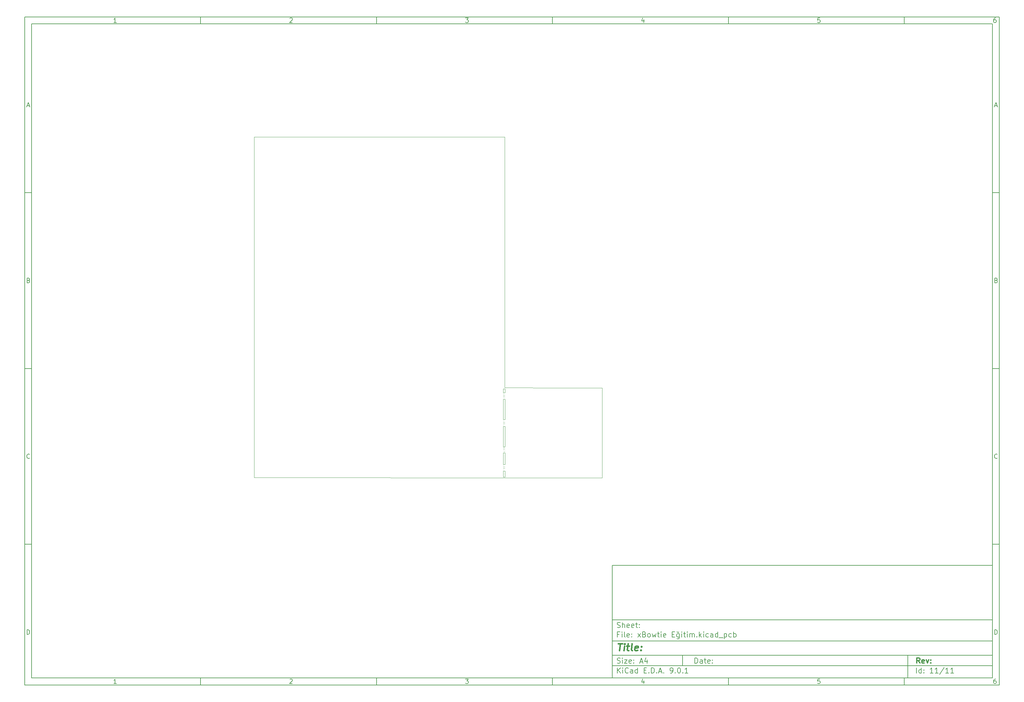
<source format=gm1>
%TF.GenerationSoftware,KiCad,Pcbnew,9.0.1*%
%TF.CreationDate,2025-04-08T16:08:48+03:00*%
%TF.ProjectId,xBowtie E_itim,78426f77-7469-4652-9045-1f6974696d2e,rev?*%
%TF.SameCoordinates,Original*%
%TF.FileFunction,Profile,NP*%
%FSLAX46Y46*%
G04 Gerber Fmt 4.6, Leading zero omitted, Abs format (unit mm)*
G04 Created by KiCad (PCBNEW 9.0.1) date 2025-04-08 16:08:48*
%MOMM*%
%LPD*%
G01*
G04 APERTURE LIST*
%ADD10C,0.100000*%
%ADD11C,0.150000*%
%ADD12C,0.300000*%
%ADD13C,0.400000*%
%TA.AperFunction,Profile*%
%ADD14C,0.125000*%
%TD*%
%TA.AperFunction,Profile*%
%ADD15C,0.050000*%
%TD*%
G04 APERTURE END LIST*
D10*
D11*
X177002200Y-166007200D02*
X285002200Y-166007200D01*
X285002200Y-198007200D01*
X177002200Y-198007200D01*
X177002200Y-166007200D01*
D10*
D11*
X10000000Y-10000000D02*
X287002200Y-10000000D01*
X287002200Y-200007200D01*
X10000000Y-200007200D01*
X10000000Y-10000000D01*
D10*
D11*
X12000000Y-12000000D02*
X285002200Y-12000000D01*
X285002200Y-198007200D01*
X12000000Y-198007200D01*
X12000000Y-12000000D01*
D10*
D11*
X60000000Y-12000000D02*
X60000000Y-10000000D01*
D10*
D11*
X110000000Y-12000000D02*
X110000000Y-10000000D01*
D10*
D11*
X160000000Y-12000000D02*
X160000000Y-10000000D01*
D10*
D11*
X210000000Y-12000000D02*
X210000000Y-10000000D01*
D10*
D11*
X260000000Y-12000000D02*
X260000000Y-10000000D01*
D10*
D11*
X36089160Y-11593604D02*
X35346303Y-11593604D01*
X35717731Y-11593604D02*
X35717731Y-10293604D01*
X35717731Y-10293604D02*
X35593922Y-10479319D01*
X35593922Y-10479319D02*
X35470112Y-10603128D01*
X35470112Y-10603128D02*
X35346303Y-10665033D01*
D10*
D11*
X85346303Y-10417414D02*
X85408207Y-10355509D01*
X85408207Y-10355509D02*
X85532017Y-10293604D01*
X85532017Y-10293604D02*
X85841541Y-10293604D01*
X85841541Y-10293604D02*
X85965350Y-10355509D01*
X85965350Y-10355509D02*
X86027255Y-10417414D01*
X86027255Y-10417414D02*
X86089160Y-10541223D01*
X86089160Y-10541223D02*
X86089160Y-10665033D01*
X86089160Y-10665033D02*
X86027255Y-10850747D01*
X86027255Y-10850747D02*
X85284398Y-11593604D01*
X85284398Y-11593604D02*
X86089160Y-11593604D01*
D10*
D11*
X135284398Y-10293604D02*
X136089160Y-10293604D01*
X136089160Y-10293604D02*
X135655826Y-10788842D01*
X135655826Y-10788842D02*
X135841541Y-10788842D01*
X135841541Y-10788842D02*
X135965350Y-10850747D01*
X135965350Y-10850747D02*
X136027255Y-10912652D01*
X136027255Y-10912652D02*
X136089160Y-11036461D01*
X136089160Y-11036461D02*
X136089160Y-11345985D01*
X136089160Y-11345985D02*
X136027255Y-11469795D01*
X136027255Y-11469795D02*
X135965350Y-11531700D01*
X135965350Y-11531700D02*
X135841541Y-11593604D01*
X135841541Y-11593604D02*
X135470112Y-11593604D01*
X135470112Y-11593604D02*
X135346303Y-11531700D01*
X135346303Y-11531700D02*
X135284398Y-11469795D01*
D10*
D11*
X185965350Y-10726938D02*
X185965350Y-11593604D01*
X185655826Y-10231700D02*
X185346303Y-11160271D01*
X185346303Y-11160271D02*
X186151064Y-11160271D01*
D10*
D11*
X236027255Y-10293604D02*
X235408207Y-10293604D01*
X235408207Y-10293604D02*
X235346303Y-10912652D01*
X235346303Y-10912652D02*
X235408207Y-10850747D01*
X235408207Y-10850747D02*
X235532017Y-10788842D01*
X235532017Y-10788842D02*
X235841541Y-10788842D01*
X235841541Y-10788842D02*
X235965350Y-10850747D01*
X235965350Y-10850747D02*
X236027255Y-10912652D01*
X236027255Y-10912652D02*
X236089160Y-11036461D01*
X236089160Y-11036461D02*
X236089160Y-11345985D01*
X236089160Y-11345985D02*
X236027255Y-11469795D01*
X236027255Y-11469795D02*
X235965350Y-11531700D01*
X235965350Y-11531700D02*
X235841541Y-11593604D01*
X235841541Y-11593604D02*
X235532017Y-11593604D01*
X235532017Y-11593604D02*
X235408207Y-11531700D01*
X235408207Y-11531700D02*
X235346303Y-11469795D01*
D10*
D11*
X285965350Y-10293604D02*
X285717731Y-10293604D01*
X285717731Y-10293604D02*
X285593922Y-10355509D01*
X285593922Y-10355509D02*
X285532017Y-10417414D01*
X285532017Y-10417414D02*
X285408207Y-10603128D01*
X285408207Y-10603128D02*
X285346303Y-10850747D01*
X285346303Y-10850747D02*
X285346303Y-11345985D01*
X285346303Y-11345985D02*
X285408207Y-11469795D01*
X285408207Y-11469795D02*
X285470112Y-11531700D01*
X285470112Y-11531700D02*
X285593922Y-11593604D01*
X285593922Y-11593604D02*
X285841541Y-11593604D01*
X285841541Y-11593604D02*
X285965350Y-11531700D01*
X285965350Y-11531700D02*
X286027255Y-11469795D01*
X286027255Y-11469795D02*
X286089160Y-11345985D01*
X286089160Y-11345985D02*
X286089160Y-11036461D01*
X286089160Y-11036461D02*
X286027255Y-10912652D01*
X286027255Y-10912652D02*
X285965350Y-10850747D01*
X285965350Y-10850747D02*
X285841541Y-10788842D01*
X285841541Y-10788842D02*
X285593922Y-10788842D01*
X285593922Y-10788842D02*
X285470112Y-10850747D01*
X285470112Y-10850747D02*
X285408207Y-10912652D01*
X285408207Y-10912652D02*
X285346303Y-11036461D01*
D10*
D11*
X60000000Y-198007200D02*
X60000000Y-200007200D01*
D10*
D11*
X110000000Y-198007200D02*
X110000000Y-200007200D01*
D10*
D11*
X160000000Y-198007200D02*
X160000000Y-200007200D01*
D10*
D11*
X210000000Y-198007200D02*
X210000000Y-200007200D01*
D10*
D11*
X260000000Y-198007200D02*
X260000000Y-200007200D01*
D10*
D11*
X36089160Y-199600804D02*
X35346303Y-199600804D01*
X35717731Y-199600804D02*
X35717731Y-198300804D01*
X35717731Y-198300804D02*
X35593922Y-198486519D01*
X35593922Y-198486519D02*
X35470112Y-198610328D01*
X35470112Y-198610328D02*
X35346303Y-198672233D01*
D10*
D11*
X85346303Y-198424614D02*
X85408207Y-198362709D01*
X85408207Y-198362709D02*
X85532017Y-198300804D01*
X85532017Y-198300804D02*
X85841541Y-198300804D01*
X85841541Y-198300804D02*
X85965350Y-198362709D01*
X85965350Y-198362709D02*
X86027255Y-198424614D01*
X86027255Y-198424614D02*
X86089160Y-198548423D01*
X86089160Y-198548423D02*
X86089160Y-198672233D01*
X86089160Y-198672233D02*
X86027255Y-198857947D01*
X86027255Y-198857947D02*
X85284398Y-199600804D01*
X85284398Y-199600804D02*
X86089160Y-199600804D01*
D10*
D11*
X135284398Y-198300804D02*
X136089160Y-198300804D01*
X136089160Y-198300804D02*
X135655826Y-198796042D01*
X135655826Y-198796042D02*
X135841541Y-198796042D01*
X135841541Y-198796042D02*
X135965350Y-198857947D01*
X135965350Y-198857947D02*
X136027255Y-198919852D01*
X136027255Y-198919852D02*
X136089160Y-199043661D01*
X136089160Y-199043661D02*
X136089160Y-199353185D01*
X136089160Y-199353185D02*
X136027255Y-199476995D01*
X136027255Y-199476995D02*
X135965350Y-199538900D01*
X135965350Y-199538900D02*
X135841541Y-199600804D01*
X135841541Y-199600804D02*
X135470112Y-199600804D01*
X135470112Y-199600804D02*
X135346303Y-199538900D01*
X135346303Y-199538900D02*
X135284398Y-199476995D01*
D10*
D11*
X185965350Y-198734138D02*
X185965350Y-199600804D01*
X185655826Y-198238900D02*
X185346303Y-199167471D01*
X185346303Y-199167471D02*
X186151064Y-199167471D01*
D10*
D11*
X236027255Y-198300804D02*
X235408207Y-198300804D01*
X235408207Y-198300804D02*
X235346303Y-198919852D01*
X235346303Y-198919852D02*
X235408207Y-198857947D01*
X235408207Y-198857947D02*
X235532017Y-198796042D01*
X235532017Y-198796042D02*
X235841541Y-198796042D01*
X235841541Y-198796042D02*
X235965350Y-198857947D01*
X235965350Y-198857947D02*
X236027255Y-198919852D01*
X236027255Y-198919852D02*
X236089160Y-199043661D01*
X236089160Y-199043661D02*
X236089160Y-199353185D01*
X236089160Y-199353185D02*
X236027255Y-199476995D01*
X236027255Y-199476995D02*
X235965350Y-199538900D01*
X235965350Y-199538900D02*
X235841541Y-199600804D01*
X235841541Y-199600804D02*
X235532017Y-199600804D01*
X235532017Y-199600804D02*
X235408207Y-199538900D01*
X235408207Y-199538900D02*
X235346303Y-199476995D01*
D10*
D11*
X285965350Y-198300804D02*
X285717731Y-198300804D01*
X285717731Y-198300804D02*
X285593922Y-198362709D01*
X285593922Y-198362709D02*
X285532017Y-198424614D01*
X285532017Y-198424614D02*
X285408207Y-198610328D01*
X285408207Y-198610328D02*
X285346303Y-198857947D01*
X285346303Y-198857947D02*
X285346303Y-199353185D01*
X285346303Y-199353185D02*
X285408207Y-199476995D01*
X285408207Y-199476995D02*
X285470112Y-199538900D01*
X285470112Y-199538900D02*
X285593922Y-199600804D01*
X285593922Y-199600804D02*
X285841541Y-199600804D01*
X285841541Y-199600804D02*
X285965350Y-199538900D01*
X285965350Y-199538900D02*
X286027255Y-199476995D01*
X286027255Y-199476995D02*
X286089160Y-199353185D01*
X286089160Y-199353185D02*
X286089160Y-199043661D01*
X286089160Y-199043661D02*
X286027255Y-198919852D01*
X286027255Y-198919852D02*
X285965350Y-198857947D01*
X285965350Y-198857947D02*
X285841541Y-198796042D01*
X285841541Y-198796042D02*
X285593922Y-198796042D01*
X285593922Y-198796042D02*
X285470112Y-198857947D01*
X285470112Y-198857947D02*
X285408207Y-198919852D01*
X285408207Y-198919852D02*
X285346303Y-199043661D01*
D10*
D11*
X10000000Y-60000000D02*
X12000000Y-60000000D01*
D10*
D11*
X10000000Y-110000000D02*
X12000000Y-110000000D01*
D10*
D11*
X10000000Y-160000000D02*
X12000000Y-160000000D01*
D10*
D11*
X10690476Y-35222176D02*
X11309523Y-35222176D01*
X10566666Y-35593604D02*
X10999999Y-34293604D01*
X10999999Y-34293604D02*
X11433333Y-35593604D01*
D10*
D11*
X11092857Y-84912652D02*
X11278571Y-84974557D01*
X11278571Y-84974557D02*
X11340476Y-85036461D01*
X11340476Y-85036461D02*
X11402380Y-85160271D01*
X11402380Y-85160271D02*
X11402380Y-85345985D01*
X11402380Y-85345985D02*
X11340476Y-85469795D01*
X11340476Y-85469795D02*
X11278571Y-85531700D01*
X11278571Y-85531700D02*
X11154761Y-85593604D01*
X11154761Y-85593604D02*
X10659523Y-85593604D01*
X10659523Y-85593604D02*
X10659523Y-84293604D01*
X10659523Y-84293604D02*
X11092857Y-84293604D01*
X11092857Y-84293604D02*
X11216666Y-84355509D01*
X11216666Y-84355509D02*
X11278571Y-84417414D01*
X11278571Y-84417414D02*
X11340476Y-84541223D01*
X11340476Y-84541223D02*
X11340476Y-84665033D01*
X11340476Y-84665033D02*
X11278571Y-84788842D01*
X11278571Y-84788842D02*
X11216666Y-84850747D01*
X11216666Y-84850747D02*
X11092857Y-84912652D01*
X11092857Y-84912652D02*
X10659523Y-84912652D01*
D10*
D11*
X11402380Y-135469795D02*
X11340476Y-135531700D01*
X11340476Y-135531700D02*
X11154761Y-135593604D01*
X11154761Y-135593604D02*
X11030952Y-135593604D01*
X11030952Y-135593604D02*
X10845238Y-135531700D01*
X10845238Y-135531700D02*
X10721428Y-135407890D01*
X10721428Y-135407890D02*
X10659523Y-135284080D01*
X10659523Y-135284080D02*
X10597619Y-135036461D01*
X10597619Y-135036461D02*
X10597619Y-134850747D01*
X10597619Y-134850747D02*
X10659523Y-134603128D01*
X10659523Y-134603128D02*
X10721428Y-134479319D01*
X10721428Y-134479319D02*
X10845238Y-134355509D01*
X10845238Y-134355509D02*
X11030952Y-134293604D01*
X11030952Y-134293604D02*
X11154761Y-134293604D01*
X11154761Y-134293604D02*
X11340476Y-134355509D01*
X11340476Y-134355509D02*
X11402380Y-134417414D01*
D10*
D11*
X10659523Y-185593604D02*
X10659523Y-184293604D01*
X10659523Y-184293604D02*
X10969047Y-184293604D01*
X10969047Y-184293604D02*
X11154761Y-184355509D01*
X11154761Y-184355509D02*
X11278571Y-184479319D01*
X11278571Y-184479319D02*
X11340476Y-184603128D01*
X11340476Y-184603128D02*
X11402380Y-184850747D01*
X11402380Y-184850747D02*
X11402380Y-185036461D01*
X11402380Y-185036461D02*
X11340476Y-185284080D01*
X11340476Y-185284080D02*
X11278571Y-185407890D01*
X11278571Y-185407890D02*
X11154761Y-185531700D01*
X11154761Y-185531700D02*
X10969047Y-185593604D01*
X10969047Y-185593604D02*
X10659523Y-185593604D01*
D10*
D11*
X287002200Y-60000000D02*
X285002200Y-60000000D01*
D10*
D11*
X287002200Y-110000000D02*
X285002200Y-110000000D01*
D10*
D11*
X287002200Y-160000000D02*
X285002200Y-160000000D01*
D10*
D11*
X285692676Y-35222176D02*
X286311723Y-35222176D01*
X285568866Y-35593604D02*
X286002199Y-34293604D01*
X286002199Y-34293604D02*
X286435533Y-35593604D01*
D10*
D11*
X286095057Y-84912652D02*
X286280771Y-84974557D01*
X286280771Y-84974557D02*
X286342676Y-85036461D01*
X286342676Y-85036461D02*
X286404580Y-85160271D01*
X286404580Y-85160271D02*
X286404580Y-85345985D01*
X286404580Y-85345985D02*
X286342676Y-85469795D01*
X286342676Y-85469795D02*
X286280771Y-85531700D01*
X286280771Y-85531700D02*
X286156961Y-85593604D01*
X286156961Y-85593604D02*
X285661723Y-85593604D01*
X285661723Y-85593604D02*
X285661723Y-84293604D01*
X285661723Y-84293604D02*
X286095057Y-84293604D01*
X286095057Y-84293604D02*
X286218866Y-84355509D01*
X286218866Y-84355509D02*
X286280771Y-84417414D01*
X286280771Y-84417414D02*
X286342676Y-84541223D01*
X286342676Y-84541223D02*
X286342676Y-84665033D01*
X286342676Y-84665033D02*
X286280771Y-84788842D01*
X286280771Y-84788842D02*
X286218866Y-84850747D01*
X286218866Y-84850747D02*
X286095057Y-84912652D01*
X286095057Y-84912652D02*
X285661723Y-84912652D01*
D10*
D11*
X286404580Y-135469795D02*
X286342676Y-135531700D01*
X286342676Y-135531700D02*
X286156961Y-135593604D01*
X286156961Y-135593604D02*
X286033152Y-135593604D01*
X286033152Y-135593604D02*
X285847438Y-135531700D01*
X285847438Y-135531700D02*
X285723628Y-135407890D01*
X285723628Y-135407890D02*
X285661723Y-135284080D01*
X285661723Y-135284080D02*
X285599819Y-135036461D01*
X285599819Y-135036461D02*
X285599819Y-134850747D01*
X285599819Y-134850747D02*
X285661723Y-134603128D01*
X285661723Y-134603128D02*
X285723628Y-134479319D01*
X285723628Y-134479319D02*
X285847438Y-134355509D01*
X285847438Y-134355509D02*
X286033152Y-134293604D01*
X286033152Y-134293604D02*
X286156961Y-134293604D01*
X286156961Y-134293604D02*
X286342676Y-134355509D01*
X286342676Y-134355509D02*
X286404580Y-134417414D01*
D10*
D11*
X285661723Y-185593604D02*
X285661723Y-184293604D01*
X285661723Y-184293604D02*
X285971247Y-184293604D01*
X285971247Y-184293604D02*
X286156961Y-184355509D01*
X286156961Y-184355509D02*
X286280771Y-184479319D01*
X286280771Y-184479319D02*
X286342676Y-184603128D01*
X286342676Y-184603128D02*
X286404580Y-184850747D01*
X286404580Y-184850747D02*
X286404580Y-185036461D01*
X286404580Y-185036461D02*
X286342676Y-185284080D01*
X286342676Y-185284080D02*
X286280771Y-185407890D01*
X286280771Y-185407890D02*
X286156961Y-185531700D01*
X286156961Y-185531700D02*
X285971247Y-185593604D01*
X285971247Y-185593604D02*
X285661723Y-185593604D01*
D10*
D11*
X200458026Y-193793328D02*
X200458026Y-192293328D01*
X200458026Y-192293328D02*
X200815169Y-192293328D01*
X200815169Y-192293328D02*
X201029455Y-192364757D01*
X201029455Y-192364757D02*
X201172312Y-192507614D01*
X201172312Y-192507614D02*
X201243741Y-192650471D01*
X201243741Y-192650471D02*
X201315169Y-192936185D01*
X201315169Y-192936185D02*
X201315169Y-193150471D01*
X201315169Y-193150471D02*
X201243741Y-193436185D01*
X201243741Y-193436185D02*
X201172312Y-193579042D01*
X201172312Y-193579042D02*
X201029455Y-193721900D01*
X201029455Y-193721900D02*
X200815169Y-193793328D01*
X200815169Y-193793328D02*
X200458026Y-193793328D01*
X202600884Y-193793328D02*
X202600884Y-193007614D01*
X202600884Y-193007614D02*
X202529455Y-192864757D01*
X202529455Y-192864757D02*
X202386598Y-192793328D01*
X202386598Y-192793328D02*
X202100884Y-192793328D01*
X202100884Y-192793328D02*
X201958026Y-192864757D01*
X202600884Y-193721900D02*
X202458026Y-193793328D01*
X202458026Y-193793328D02*
X202100884Y-193793328D01*
X202100884Y-193793328D02*
X201958026Y-193721900D01*
X201958026Y-193721900D02*
X201886598Y-193579042D01*
X201886598Y-193579042D02*
X201886598Y-193436185D01*
X201886598Y-193436185D02*
X201958026Y-193293328D01*
X201958026Y-193293328D02*
X202100884Y-193221900D01*
X202100884Y-193221900D02*
X202458026Y-193221900D01*
X202458026Y-193221900D02*
X202600884Y-193150471D01*
X203100884Y-192793328D02*
X203672312Y-192793328D01*
X203315169Y-192293328D02*
X203315169Y-193579042D01*
X203315169Y-193579042D02*
X203386598Y-193721900D01*
X203386598Y-193721900D02*
X203529455Y-193793328D01*
X203529455Y-193793328D02*
X203672312Y-193793328D01*
X204743741Y-193721900D02*
X204600884Y-193793328D01*
X204600884Y-193793328D02*
X204315170Y-193793328D01*
X204315170Y-193793328D02*
X204172312Y-193721900D01*
X204172312Y-193721900D02*
X204100884Y-193579042D01*
X204100884Y-193579042D02*
X204100884Y-193007614D01*
X204100884Y-193007614D02*
X204172312Y-192864757D01*
X204172312Y-192864757D02*
X204315170Y-192793328D01*
X204315170Y-192793328D02*
X204600884Y-192793328D01*
X204600884Y-192793328D02*
X204743741Y-192864757D01*
X204743741Y-192864757D02*
X204815170Y-193007614D01*
X204815170Y-193007614D02*
X204815170Y-193150471D01*
X204815170Y-193150471D02*
X204100884Y-193293328D01*
X205458026Y-193650471D02*
X205529455Y-193721900D01*
X205529455Y-193721900D02*
X205458026Y-193793328D01*
X205458026Y-193793328D02*
X205386598Y-193721900D01*
X205386598Y-193721900D02*
X205458026Y-193650471D01*
X205458026Y-193650471D02*
X205458026Y-193793328D01*
X205458026Y-192864757D02*
X205529455Y-192936185D01*
X205529455Y-192936185D02*
X205458026Y-193007614D01*
X205458026Y-193007614D02*
X205386598Y-192936185D01*
X205386598Y-192936185D02*
X205458026Y-192864757D01*
X205458026Y-192864757D02*
X205458026Y-193007614D01*
D10*
D11*
X177002200Y-194507200D02*
X285002200Y-194507200D01*
D10*
D11*
X178458026Y-196593328D02*
X178458026Y-195093328D01*
X179315169Y-196593328D02*
X178672312Y-195736185D01*
X179315169Y-195093328D02*
X178458026Y-195950471D01*
X179958026Y-196593328D02*
X179958026Y-195593328D01*
X179958026Y-195093328D02*
X179886598Y-195164757D01*
X179886598Y-195164757D02*
X179958026Y-195236185D01*
X179958026Y-195236185D02*
X180029455Y-195164757D01*
X180029455Y-195164757D02*
X179958026Y-195093328D01*
X179958026Y-195093328D02*
X179958026Y-195236185D01*
X181529455Y-196450471D02*
X181458027Y-196521900D01*
X181458027Y-196521900D02*
X181243741Y-196593328D01*
X181243741Y-196593328D02*
X181100884Y-196593328D01*
X181100884Y-196593328D02*
X180886598Y-196521900D01*
X180886598Y-196521900D02*
X180743741Y-196379042D01*
X180743741Y-196379042D02*
X180672312Y-196236185D01*
X180672312Y-196236185D02*
X180600884Y-195950471D01*
X180600884Y-195950471D02*
X180600884Y-195736185D01*
X180600884Y-195736185D02*
X180672312Y-195450471D01*
X180672312Y-195450471D02*
X180743741Y-195307614D01*
X180743741Y-195307614D02*
X180886598Y-195164757D01*
X180886598Y-195164757D02*
X181100884Y-195093328D01*
X181100884Y-195093328D02*
X181243741Y-195093328D01*
X181243741Y-195093328D02*
X181458027Y-195164757D01*
X181458027Y-195164757D02*
X181529455Y-195236185D01*
X182815170Y-196593328D02*
X182815170Y-195807614D01*
X182815170Y-195807614D02*
X182743741Y-195664757D01*
X182743741Y-195664757D02*
X182600884Y-195593328D01*
X182600884Y-195593328D02*
X182315170Y-195593328D01*
X182315170Y-195593328D02*
X182172312Y-195664757D01*
X182815170Y-196521900D02*
X182672312Y-196593328D01*
X182672312Y-196593328D02*
X182315170Y-196593328D01*
X182315170Y-196593328D02*
X182172312Y-196521900D01*
X182172312Y-196521900D02*
X182100884Y-196379042D01*
X182100884Y-196379042D02*
X182100884Y-196236185D01*
X182100884Y-196236185D02*
X182172312Y-196093328D01*
X182172312Y-196093328D02*
X182315170Y-196021900D01*
X182315170Y-196021900D02*
X182672312Y-196021900D01*
X182672312Y-196021900D02*
X182815170Y-195950471D01*
X184172313Y-196593328D02*
X184172313Y-195093328D01*
X184172313Y-196521900D02*
X184029455Y-196593328D01*
X184029455Y-196593328D02*
X183743741Y-196593328D01*
X183743741Y-196593328D02*
X183600884Y-196521900D01*
X183600884Y-196521900D02*
X183529455Y-196450471D01*
X183529455Y-196450471D02*
X183458027Y-196307614D01*
X183458027Y-196307614D02*
X183458027Y-195879042D01*
X183458027Y-195879042D02*
X183529455Y-195736185D01*
X183529455Y-195736185D02*
X183600884Y-195664757D01*
X183600884Y-195664757D02*
X183743741Y-195593328D01*
X183743741Y-195593328D02*
X184029455Y-195593328D01*
X184029455Y-195593328D02*
X184172313Y-195664757D01*
X186029455Y-195807614D02*
X186529455Y-195807614D01*
X186743741Y-196593328D02*
X186029455Y-196593328D01*
X186029455Y-196593328D02*
X186029455Y-195093328D01*
X186029455Y-195093328D02*
X186743741Y-195093328D01*
X187386598Y-196450471D02*
X187458027Y-196521900D01*
X187458027Y-196521900D02*
X187386598Y-196593328D01*
X187386598Y-196593328D02*
X187315170Y-196521900D01*
X187315170Y-196521900D02*
X187386598Y-196450471D01*
X187386598Y-196450471D02*
X187386598Y-196593328D01*
X188100884Y-196593328D02*
X188100884Y-195093328D01*
X188100884Y-195093328D02*
X188458027Y-195093328D01*
X188458027Y-195093328D02*
X188672313Y-195164757D01*
X188672313Y-195164757D02*
X188815170Y-195307614D01*
X188815170Y-195307614D02*
X188886599Y-195450471D01*
X188886599Y-195450471D02*
X188958027Y-195736185D01*
X188958027Y-195736185D02*
X188958027Y-195950471D01*
X188958027Y-195950471D02*
X188886599Y-196236185D01*
X188886599Y-196236185D02*
X188815170Y-196379042D01*
X188815170Y-196379042D02*
X188672313Y-196521900D01*
X188672313Y-196521900D02*
X188458027Y-196593328D01*
X188458027Y-196593328D02*
X188100884Y-196593328D01*
X189600884Y-196450471D02*
X189672313Y-196521900D01*
X189672313Y-196521900D02*
X189600884Y-196593328D01*
X189600884Y-196593328D02*
X189529456Y-196521900D01*
X189529456Y-196521900D02*
X189600884Y-196450471D01*
X189600884Y-196450471D02*
X189600884Y-196593328D01*
X190243742Y-196164757D02*
X190958028Y-196164757D01*
X190100885Y-196593328D02*
X190600885Y-195093328D01*
X190600885Y-195093328D02*
X191100885Y-196593328D01*
X191600884Y-196450471D02*
X191672313Y-196521900D01*
X191672313Y-196521900D02*
X191600884Y-196593328D01*
X191600884Y-196593328D02*
X191529456Y-196521900D01*
X191529456Y-196521900D02*
X191600884Y-196450471D01*
X191600884Y-196450471D02*
X191600884Y-196593328D01*
X193529456Y-196593328D02*
X193815170Y-196593328D01*
X193815170Y-196593328D02*
X193958027Y-196521900D01*
X193958027Y-196521900D02*
X194029456Y-196450471D01*
X194029456Y-196450471D02*
X194172313Y-196236185D01*
X194172313Y-196236185D02*
X194243742Y-195950471D01*
X194243742Y-195950471D02*
X194243742Y-195379042D01*
X194243742Y-195379042D02*
X194172313Y-195236185D01*
X194172313Y-195236185D02*
X194100885Y-195164757D01*
X194100885Y-195164757D02*
X193958027Y-195093328D01*
X193958027Y-195093328D02*
X193672313Y-195093328D01*
X193672313Y-195093328D02*
X193529456Y-195164757D01*
X193529456Y-195164757D02*
X193458027Y-195236185D01*
X193458027Y-195236185D02*
X193386599Y-195379042D01*
X193386599Y-195379042D02*
X193386599Y-195736185D01*
X193386599Y-195736185D02*
X193458027Y-195879042D01*
X193458027Y-195879042D02*
X193529456Y-195950471D01*
X193529456Y-195950471D02*
X193672313Y-196021900D01*
X193672313Y-196021900D02*
X193958027Y-196021900D01*
X193958027Y-196021900D02*
X194100885Y-195950471D01*
X194100885Y-195950471D02*
X194172313Y-195879042D01*
X194172313Y-195879042D02*
X194243742Y-195736185D01*
X194886598Y-196450471D02*
X194958027Y-196521900D01*
X194958027Y-196521900D02*
X194886598Y-196593328D01*
X194886598Y-196593328D02*
X194815170Y-196521900D01*
X194815170Y-196521900D02*
X194886598Y-196450471D01*
X194886598Y-196450471D02*
X194886598Y-196593328D01*
X195886599Y-195093328D02*
X196029456Y-195093328D01*
X196029456Y-195093328D02*
X196172313Y-195164757D01*
X196172313Y-195164757D02*
X196243742Y-195236185D01*
X196243742Y-195236185D02*
X196315170Y-195379042D01*
X196315170Y-195379042D02*
X196386599Y-195664757D01*
X196386599Y-195664757D02*
X196386599Y-196021900D01*
X196386599Y-196021900D02*
X196315170Y-196307614D01*
X196315170Y-196307614D02*
X196243742Y-196450471D01*
X196243742Y-196450471D02*
X196172313Y-196521900D01*
X196172313Y-196521900D02*
X196029456Y-196593328D01*
X196029456Y-196593328D02*
X195886599Y-196593328D01*
X195886599Y-196593328D02*
X195743742Y-196521900D01*
X195743742Y-196521900D02*
X195672313Y-196450471D01*
X195672313Y-196450471D02*
X195600884Y-196307614D01*
X195600884Y-196307614D02*
X195529456Y-196021900D01*
X195529456Y-196021900D02*
X195529456Y-195664757D01*
X195529456Y-195664757D02*
X195600884Y-195379042D01*
X195600884Y-195379042D02*
X195672313Y-195236185D01*
X195672313Y-195236185D02*
X195743742Y-195164757D01*
X195743742Y-195164757D02*
X195886599Y-195093328D01*
X197029455Y-196450471D02*
X197100884Y-196521900D01*
X197100884Y-196521900D02*
X197029455Y-196593328D01*
X197029455Y-196593328D02*
X196958027Y-196521900D01*
X196958027Y-196521900D02*
X197029455Y-196450471D01*
X197029455Y-196450471D02*
X197029455Y-196593328D01*
X198529456Y-196593328D02*
X197672313Y-196593328D01*
X198100884Y-196593328D02*
X198100884Y-195093328D01*
X198100884Y-195093328D02*
X197958027Y-195307614D01*
X197958027Y-195307614D02*
X197815170Y-195450471D01*
X197815170Y-195450471D02*
X197672313Y-195521900D01*
D10*
D11*
X177002200Y-191507200D02*
X285002200Y-191507200D01*
D10*
D12*
X264413853Y-193785528D02*
X263913853Y-193071242D01*
X263556710Y-193785528D02*
X263556710Y-192285528D01*
X263556710Y-192285528D02*
X264128139Y-192285528D01*
X264128139Y-192285528D02*
X264270996Y-192356957D01*
X264270996Y-192356957D02*
X264342425Y-192428385D01*
X264342425Y-192428385D02*
X264413853Y-192571242D01*
X264413853Y-192571242D02*
X264413853Y-192785528D01*
X264413853Y-192785528D02*
X264342425Y-192928385D01*
X264342425Y-192928385D02*
X264270996Y-192999814D01*
X264270996Y-192999814D02*
X264128139Y-193071242D01*
X264128139Y-193071242D02*
X263556710Y-193071242D01*
X265628139Y-193714100D02*
X265485282Y-193785528D01*
X265485282Y-193785528D02*
X265199568Y-193785528D01*
X265199568Y-193785528D02*
X265056710Y-193714100D01*
X265056710Y-193714100D02*
X264985282Y-193571242D01*
X264985282Y-193571242D02*
X264985282Y-192999814D01*
X264985282Y-192999814D02*
X265056710Y-192856957D01*
X265056710Y-192856957D02*
X265199568Y-192785528D01*
X265199568Y-192785528D02*
X265485282Y-192785528D01*
X265485282Y-192785528D02*
X265628139Y-192856957D01*
X265628139Y-192856957D02*
X265699568Y-192999814D01*
X265699568Y-192999814D02*
X265699568Y-193142671D01*
X265699568Y-193142671D02*
X264985282Y-193285528D01*
X266199567Y-192785528D02*
X266556710Y-193785528D01*
X266556710Y-193785528D02*
X266913853Y-192785528D01*
X267485281Y-193642671D02*
X267556710Y-193714100D01*
X267556710Y-193714100D02*
X267485281Y-193785528D01*
X267485281Y-193785528D02*
X267413853Y-193714100D01*
X267413853Y-193714100D02*
X267485281Y-193642671D01*
X267485281Y-193642671D02*
X267485281Y-193785528D01*
X267485281Y-192856957D02*
X267556710Y-192928385D01*
X267556710Y-192928385D02*
X267485281Y-192999814D01*
X267485281Y-192999814D02*
X267413853Y-192928385D01*
X267413853Y-192928385D02*
X267485281Y-192856957D01*
X267485281Y-192856957D02*
X267485281Y-192999814D01*
D10*
D11*
X178386598Y-193721900D02*
X178600884Y-193793328D01*
X178600884Y-193793328D02*
X178958026Y-193793328D01*
X178958026Y-193793328D02*
X179100884Y-193721900D01*
X179100884Y-193721900D02*
X179172312Y-193650471D01*
X179172312Y-193650471D02*
X179243741Y-193507614D01*
X179243741Y-193507614D02*
X179243741Y-193364757D01*
X179243741Y-193364757D02*
X179172312Y-193221900D01*
X179172312Y-193221900D02*
X179100884Y-193150471D01*
X179100884Y-193150471D02*
X178958026Y-193079042D01*
X178958026Y-193079042D02*
X178672312Y-193007614D01*
X178672312Y-193007614D02*
X178529455Y-192936185D01*
X178529455Y-192936185D02*
X178458026Y-192864757D01*
X178458026Y-192864757D02*
X178386598Y-192721900D01*
X178386598Y-192721900D02*
X178386598Y-192579042D01*
X178386598Y-192579042D02*
X178458026Y-192436185D01*
X178458026Y-192436185D02*
X178529455Y-192364757D01*
X178529455Y-192364757D02*
X178672312Y-192293328D01*
X178672312Y-192293328D02*
X179029455Y-192293328D01*
X179029455Y-192293328D02*
X179243741Y-192364757D01*
X179886597Y-193793328D02*
X179886597Y-192793328D01*
X179886597Y-192293328D02*
X179815169Y-192364757D01*
X179815169Y-192364757D02*
X179886597Y-192436185D01*
X179886597Y-192436185D02*
X179958026Y-192364757D01*
X179958026Y-192364757D02*
X179886597Y-192293328D01*
X179886597Y-192293328D02*
X179886597Y-192436185D01*
X180458026Y-192793328D02*
X181243741Y-192793328D01*
X181243741Y-192793328D02*
X180458026Y-193793328D01*
X180458026Y-193793328D02*
X181243741Y-193793328D01*
X182386598Y-193721900D02*
X182243741Y-193793328D01*
X182243741Y-193793328D02*
X181958027Y-193793328D01*
X181958027Y-193793328D02*
X181815169Y-193721900D01*
X181815169Y-193721900D02*
X181743741Y-193579042D01*
X181743741Y-193579042D02*
X181743741Y-193007614D01*
X181743741Y-193007614D02*
X181815169Y-192864757D01*
X181815169Y-192864757D02*
X181958027Y-192793328D01*
X181958027Y-192793328D02*
X182243741Y-192793328D01*
X182243741Y-192793328D02*
X182386598Y-192864757D01*
X182386598Y-192864757D02*
X182458027Y-193007614D01*
X182458027Y-193007614D02*
X182458027Y-193150471D01*
X182458027Y-193150471D02*
X181743741Y-193293328D01*
X183100883Y-193650471D02*
X183172312Y-193721900D01*
X183172312Y-193721900D02*
X183100883Y-193793328D01*
X183100883Y-193793328D02*
X183029455Y-193721900D01*
X183029455Y-193721900D02*
X183100883Y-193650471D01*
X183100883Y-193650471D02*
X183100883Y-193793328D01*
X183100883Y-192864757D02*
X183172312Y-192936185D01*
X183172312Y-192936185D02*
X183100883Y-193007614D01*
X183100883Y-193007614D02*
X183029455Y-192936185D01*
X183029455Y-192936185D02*
X183100883Y-192864757D01*
X183100883Y-192864757D02*
X183100883Y-193007614D01*
X184886598Y-193364757D02*
X185600884Y-193364757D01*
X184743741Y-193793328D02*
X185243741Y-192293328D01*
X185243741Y-192293328D02*
X185743741Y-193793328D01*
X186886598Y-192793328D02*
X186886598Y-193793328D01*
X186529455Y-192221900D02*
X186172312Y-193293328D01*
X186172312Y-193293328D02*
X187100883Y-193293328D01*
D10*
D11*
X263458026Y-196593328D02*
X263458026Y-195093328D01*
X264815170Y-196593328D02*
X264815170Y-195093328D01*
X264815170Y-196521900D02*
X264672312Y-196593328D01*
X264672312Y-196593328D02*
X264386598Y-196593328D01*
X264386598Y-196593328D02*
X264243741Y-196521900D01*
X264243741Y-196521900D02*
X264172312Y-196450471D01*
X264172312Y-196450471D02*
X264100884Y-196307614D01*
X264100884Y-196307614D02*
X264100884Y-195879042D01*
X264100884Y-195879042D02*
X264172312Y-195736185D01*
X264172312Y-195736185D02*
X264243741Y-195664757D01*
X264243741Y-195664757D02*
X264386598Y-195593328D01*
X264386598Y-195593328D02*
X264672312Y-195593328D01*
X264672312Y-195593328D02*
X264815170Y-195664757D01*
X265529455Y-196450471D02*
X265600884Y-196521900D01*
X265600884Y-196521900D02*
X265529455Y-196593328D01*
X265529455Y-196593328D02*
X265458027Y-196521900D01*
X265458027Y-196521900D02*
X265529455Y-196450471D01*
X265529455Y-196450471D02*
X265529455Y-196593328D01*
X265529455Y-195664757D02*
X265600884Y-195736185D01*
X265600884Y-195736185D02*
X265529455Y-195807614D01*
X265529455Y-195807614D02*
X265458027Y-195736185D01*
X265458027Y-195736185D02*
X265529455Y-195664757D01*
X265529455Y-195664757D02*
X265529455Y-195807614D01*
X268172313Y-196593328D02*
X267315170Y-196593328D01*
X267743741Y-196593328D02*
X267743741Y-195093328D01*
X267743741Y-195093328D02*
X267600884Y-195307614D01*
X267600884Y-195307614D02*
X267458027Y-195450471D01*
X267458027Y-195450471D02*
X267315170Y-195521900D01*
X269600884Y-196593328D02*
X268743741Y-196593328D01*
X269172312Y-196593328D02*
X269172312Y-195093328D01*
X269172312Y-195093328D02*
X269029455Y-195307614D01*
X269029455Y-195307614D02*
X268886598Y-195450471D01*
X268886598Y-195450471D02*
X268743741Y-195521900D01*
X271315169Y-195021900D02*
X270029455Y-196950471D01*
X272600884Y-196593328D02*
X271743741Y-196593328D01*
X272172312Y-196593328D02*
X272172312Y-195093328D01*
X272172312Y-195093328D02*
X272029455Y-195307614D01*
X272029455Y-195307614D02*
X271886598Y-195450471D01*
X271886598Y-195450471D02*
X271743741Y-195521900D01*
X274029455Y-196593328D02*
X273172312Y-196593328D01*
X273600883Y-196593328D02*
X273600883Y-195093328D01*
X273600883Y-195093328D02*
X273458026Y-195307614D01*
X273458026Y-195307614D02*
X273315169Y-195450471D01*
X273315169Y-195450471D02*
X273172312Y-195521900D01*
D10*
D11*
X177002200Y-187507200D02*
X285002200Y-187507200D01*
D10*
D13*
X178693928Y-188211638D02*
X179836785Y-188211638D01*
X179015357Y-190211638D02*
X179265357Y-188211638D01*
X180253452Y-190211638D02*
X180420119Y-188878304D01*
X180503452Y-188211638D02*
X180396309Y-188306876D01*
X180396309Y-188306876D02*
X180479643Y-188402114D01*
X180479643Y-188402114D02*
X180586786Y-188306876D01*
X180586786Y-188306876D02*
X180503452Y-188211638D01*
X180503452Y-188211638D02*
X180479643Y-188402114D01*
X181086786Y-188878304D02*
X181848690Y-188878304D01*
X181455833Y-188211638D02*
X181241548Y-189925923D01*
X181241548Y-189925923D02*
X181312976Y-190116400D01*
X181312976Y-190116400D02*
X181491548Y-190211638D01*
X181491548Y-190211638D02*
X181682024Y-190211638D01*
X182634405Y-190211638D02*
X182455833Y-190116400D01*
X182455833Y-190116400D02*
X182384405Y-189925923D01*
X182384405Y-189925923D02*
X182598690Y-188211638D01*
X184170119Y-190116400D02*
X183967738Y-190211638D01*
X183967738Y-190211638D02*
X183586785Y-190211638D01*
X183586785Y-190211638D02*
X183408214Y-190116400D01*
X183408214Y-190116400D02*
X183336785Y-189925923D01*
X183336785Y-189925923D02*
X183432024Y-189164019D01*
X183432024Y-189164019D02*
X183551071Y-188973542D01*
X183551071Y-188973542D02*
X183753452Y-188878304D01*
X183753452Y-188878304D02*
X184134404Y-188878304D01*
X184134404Y-188878304D02*
X184312976Y-188973542D01*
X184312976Y-188973542D02*
X184384404Y-189164019D01*
X184384404Y-189164019D02*
X184360595Y-189354495D01*
X184360595Y-189354495D02*
X183384404Y-189544971D01*
X185134405Y-190021161D02*
X185217738Y-190116400D01*
X185217738Y-190116400D02*
X185110595Y-190211638D01*
X185110595Y-190211638D02*
X185027262Y-190116400D01*
X185027262Y-190116400D02*
X185134405Y-190021161D01*
X185134405Y-190021161D02*
X185110595Y-190211638D01*
X185265357Y-188973542D02*
X185348690Y-189068780D01*
X185348690Y-189068780D02*
X185241548Y-189164019D01*
X185241548Y-189164019D02*
X185158214Y-189068780D01*
X185158214Y-189068780D02*
X185265357Y-188973542D01*
X185265357Y-188973542D02*
X185241548Y-189164019D01*
D10*
D11*
X178958026Y-185607614D02*
X178458026Y-185607614D01*
X178458026Y-186393328D02*
X178458026Y-184893328D01*
X178458026Y-184893328D02*
X179172312Y-184893328D01*
X179743740Y-186393328D02*
X179743740Y-185393328D01*
X179743740Y-184893328D02*
X179672312Y-184964757D01*
X179672312Y-184964757D02*
X179743740Y-185036185D01*
X179743740Y-185036185D02*
X179815169Y-184964757D01*
X179815169Y-184964757D02*
X179743740Y-184893328D01*
X179743740Y-184893328D02*
X179743740Y-185036185D01*
X180672312Y-186393328D02*
X180529455Y-186321900D01*
X180529455Y-186321900D02*
X180458026Y-186179042D01*
X180458026Y-186179042D02*
X180458026Y-184893328D01*
X181815169Y-186321900D02*
X181672312Y-186393328D01*
X181672312Y-186393328D02*
X181386598Y-186393328D01*
X181386598Y-186393328D02*
X181243740Y-186321900D01*
X181243740Y-186321900D02*
X181172312Y-186179042D01*
X181172312Y-186179042D02*
X181172312Y-185607614D01*
X181172312Y-185607614D02*
X181243740Y-185464757D01*
X181243740Y-185464757D02*
X181386598Y-185393328D01*
X181386598Y-185393328D02*
X181672312Y-185393328D01*
X181672312Y-185393328D02*
X181815169Y-185464757D01*
X181815169Y-185464757D02*
X181886598Y-185607614D01*
X181886598Y-185607614D02*
X181886598Y-185750471D01*
X181886598Y-185750471D02*
X181172312Y-185893328D01*
X182529454Y-186250471D02*
X182600883Y-186321900D01*
X182600883Y-186321900D02*
X182529454Y-186393328D01*
X182529454Y-186393328D02*
X182458026Y-186321900D01*
X182458026Y-186321900D02*
X182529454Y-186250471D01*
X182529454Y-186250471D02*
X182529454Y-186393328D01*
X182529454Y-185464757D02*
X182600883Y-185536185D01*
X182600883Y-185536185D02*
X182529454Y-185607614D01*
X182529454Y-185607614D02*
X182458026Y-185536185D01*
X182458026Y-185536185D02*
X182529454Y-185464757D01*
X182529454Y-185464757D02*
X182529454Y-185607614D01*
X184243740Y-186393328D02*
X185029455Y-185393328D01*
X184243740Y-185393328D02*
X185029455Y-186393328D01*
X186100883Y-185607614D02*
X186315169Y-185679042D01*
X186315169Y-185679042D02*
X186386598Y-185750471D01*
X186386598Y-185750471D02*
X186458026Y-185893328D01*
X186458026Y-185893328D02*
X186458026Y-186107614D01*
X186458026Y-186107614D02*
X186386598Y-186250471D01*
X186386598Y-186250471D02*
X186315169Y-186321900D01*
X186315169Y-186321900D02*
X186172312Y-186393328D01*
X186172312Y-186393328D02*
X185600883Y-186393328D01*
X185600883Y-186393328D02*
X185600883Y-184893328D01*
X185600883Y-184893328D02*
X186100883Y-184893328D01*
X186100883Y-184893328D02*
X186243741Y-184964757D01*
X186243741Y-184964757D02*
X186315169Y-185036185D01*
X186315169Y-185036185D02*
X186386598Y-185179042D01*
X186386598Y-185179042D02*
X186386598Y-185321900D01*
X186386598Y-185321900D02*
X186315169Y-185464757D01*
X186315169Y-185464757D02*
X186243741Y-185536185D01*
X186243741Y-185536185D02*
X186100883Y-185607614D01*
X186100883Y-185607614D02*
X185600883Y-185607614D01*
X187315169Y-186393328D02*
X187172312Y-186321900D01*
X187172312Y-186321900D02*
X187100883Y-186250471D01*
X187100883Y-186250471D02*
X187029455Y-186107614D01*
X187029455Y-186107614D02*
X187029455Y-185679042D01*
X187029455Y-185679042D02*
X187100883Y-185536185D01*
X187100883Y-185536185D02*
X187172312Y-185464757D01*
X187172312Y-185464757D02*
X187315169Y-185393328D01*
X187315169Y-185393328D02*
X187529455Y-185393328D01*
X187529455Y-185393328D02*
X187672312Y-185464757D01*
X187672312Y-185464757D02*
X187743741Y-185536185D01*
X187743741Y-185536185D02*
X187815169Y-185679042D01*
X187815169Y-185679042D02*
X187815169Y-186107614D01*
X187815169Y-186107614D02*
X187743741Y-186250471D01*
X187743741Y-186250471D02*
X187672312Y-186321900D01*
X187672312Y-186321900D02*
X187529455Y-186393328D01*
X187529455Y-186393328D02*
X187315169Y-186393328D01*
X188315169Y-185393328D02*
X188600884Y-186393328D01*
X188600884Y-186393328D02*
X188886598Y-185679042D01*
X188886598Y-185679042D02*
X189172312Y-186393328D01*
X189172312Y-186393328D02*
X189458026Y-185393328D01*
X189815170Y-185393328D02*
X190386598Y-185393328D01*
X190029455Y-184893328D02*
X190029455Y-186179042D01*
X190029455Y-186179042D02*
X190100884Y-186321900D01*
X190100884Y-186321900D02*
X190243741Y-186393328D01*
X190243741Y-186393328D02*
X190386598Y-186393328D01*
X190886598Y-186393328D02*
X190886598Y-185393328D01*
X190886598Y-184893328D02*
X190815170Y-184964757D01*
X190815170Y-184964757D02*
X190886598Y-185036185D01*
X190886598Y-185036185D02*
X190958027Y-184964757D01*
X190958027Y-184964757D02*
X190886598Y-184893328D01*
X190886598Y-184893328D02*
X190886598Y-185036185D01*
X192172313Y-186321900D02*
X192029456Y-186393328D01*
X192029456Y-186393328D02*
X191743742Y-186393328D01*
X191743742Y-186393328D02*
X191600884Y-186321900D01*
X191600884Y-186321900D02*
X191529456Y-186179042D01*
X191529456Y-186179042D02*
X191529456Y-185607614D01*
X191529456Y-185607614D02*
X191600884Y-185464757D01*
X191600884Y-185464757D02*
X191743742Y-185393328D01*
X191743742Y-185393328D02*
X192029456Y-185393328D01*
X192029456Y-185393328D02*
X192172313Y-185464757D01*
X192172313Y-185464757D02*
X192243742Y-185607614D01*
X192243742Y-185607614D02*
X192243742Y-185750471D01*
X192243742Y-185750471D02*
X191529456Y-185893328D01*
X194029455Y-185607614D02*
X194529455Y-185607614D01*
X194743741Y-186393328D02*
X194029455Y-186393328D01*
X194029455Y-186393328D02*
X194029455Y-184893328D01*
X194029455Y-184893328D02*
X194743741Y-184893328D01*
X196029456Y-185393328D02*
X196029456Y-186607614D01*
X196029456Y-186607614D02*
X195958027Y-186750471D01*
X195958027Y-186750471D02*
X195886598Y-186821900D01*
X195886598Y-186821900D02*
X195743741Y-186893328D01*
X195743741Y-186893328D02*
X195529456Y-186893328D01*
X195529456Y-186893328D02*
X195386598Y-186821900D01*
X196029456Y-186321900D02*
X195886598Y-186393328D01*
X195886598Y-186393328D02*
X195600884Y-186393328D01*
X195600884Y-186393328D02*
X195458027Y-186321900D01*
X195458027Y-186321900D02*
X195386598Y-186250471D01*
X195386598Y-186250471D02*
X195315170Y-186107614D01*
X195315170Y-186107614D02*
X195315170Y-185679042D01*
X195315170Y-185679042D02*
X195386598Y-185536185D01*
X195386598Y-185536185D02*
X195458027Y-185464757D01*
X195458027Y-185464757D02*
X195600884Y-185393328D01*
X195600884Y-185393328D02*
X195886598Y-185393328D01*
X195886598Y-185393328D02*
X196029456Y-185464757D01*
X195386598Y-184821900D02*
X195458027Y-184964757D01*
X195458027Y-184964757D02*
X195600884Y-185036185D01*
X195600884Y-185036185D02*
X195743741Y-185036185D01*
X195743741Y-185036185D02*
X195886598Y-184964757D01*
X195886598Y-184964757D02*
X195958027Y-184821900D01*
X196743741Y-186393328D02*
X196743741Y-185393328D01*
X196743741Y-184893328D02*
X196672313Y-184964757D01*
X196672313Y-184964757D02*
X196743741Y-185036185D01*
X196743741Y-185036185D02*
X196815170Y-184964757D01*
X196815170Y-184964757D02*
X196743741Y-184893328D01*
X196743741Y-184893328D02*
X196743741Y-185036185D01*
X197243742Y-185393328D02*
X197815170Y-185393328D01*
X197458027Y-184893328D02*
X197458027Y-186179042D01*
X197458027Y-186179042D02*
X197529456Y-186321900D01*
X197529456Y-186321900D02*
X197672313Y-186393328D01*
X197672313Y-186393328D02*
X197815170Y-186393328D01*
X198315170Y-186393328D02*
X198315170Y-185393328D01*
X198315170Y-184893328D02*
X198243742Y-184964757D01*
X198243742Y-184964757D02*
X198315170Y-185036185D01*
X198315170Y-185036185D02*
X198386599Y-184964757D01*
X198386599Y-184964757D02*
X198315170Y-184893328D01*
X198315170Y-184893328D02*
X198315170Y-185036185D01*
X199029456Y-186393328D02*
X199029456Y-185393328D01*
X199029456Y-185536185D02*
X199100885Y-185464757D01*
X199100885Y-185464757D02*
X199243742Y-185393328D01*
X199243742Y-185393328D02*
X199458028Y-185393328D01*
X199458028Y-185393328D02*
X199600885Y-185464757D01*
X199600885Y-185464757D02*
X199672314Y-185607614D01*
X199672314Y-185607614D02*
X199672314Y-186393328D01*
X199672314Y-185607614D02*
X199743742Y-185464757D01*
X199743742Y-185464757D02*
X199886599Y-185393328D01*
X199886599Y-185393328D02*
X200100885Y-185393328D01*
X200100885Y-185393328D02*
X200243742Y-185464757D01*
X200243742Y-185464757D02*
X200315171Y-185607614D01*
X200315171Y-185607614D02*
X200315171Y-186393328D01*
X201029456Y-186250471D02*
X201100885Y-186321900D01*
X201100885Y-186321900D02*
X201029456Y-186393328D01*
X201029456Y-186393328D02*
X200958028Y-186321900D01*
X200958028Y-186321900D02*
X201029456Y-186250471D01*
X201029456Y-186250471D02*
X201029456Y-186393328D01*
X201743742Y-186393328D02*
X201743742Y-184893328D01*
X201886600Y-185821900D02*
X202315171Y-186393328D01*
X202315171Y-185393328D02*
X201743742Y-185964757D01*
X202958028Y-186393328D02*
X202958028Y-185393328D01*
X202958028Y-184893328D02*
X202886600Y-184964757D01*
X202886600Y-184964757D02*
X202958028Y-185036185D01*
X202958028Y-185036185D02*
X203029457Y-184964757D01*
X203029457Y-184964757D02*
X202958028Y-184893328D01*
X202958028Y-184893328D02*
X202958028Y-185036185D01*
X204315172Y-186321900D02*
X204172314Y-186393328D01*
X204172314Y-186393328D02*
X203886600Y-186393328D01*
X203886600Y-186393328D02*
X203743743Y-186321900D01*
X203743743Y-186321900D02*
X203672314Y-186250471D01*
X203672314Y-186250471D02*
X203600886Y-186107614D01*
X203600886Y-186107614D02*
X203600886Y-185679042D01*
X203600886Y-185679042D02*
X203672314Y-185536185D01*
X203672314Y-185536185D02*
X203743743Y-185464757D01*
X203743743Y-185464757D02*
X203886600Y-185393328D01*
X203886600Y-185393328D02*
X204172314Y-185393328D01*
X204172314Y-185393328D02*
X204315172Y-185464757D01*
X205600886Y-186393328D02*
X205600886Y-185607614D01*
X205600886Y-185607614D02*
X205529457Y-185464757D01*
X205529457Y-185464757D02*
X205386600Y-185393328D01*
X205386600Y-185393328D02*
X205100886Y-185393328D01*
X205100886Y-185393328D02*
X204958028Y-185464757D01*
X205600886Y-186321900D02*
X205458028Y-186393328D01*
X205458028Y-186393328D02*
X205100886Y-186393328D01*
X205100886Y-186393328D02*
X204958028Y-186321900D01*
X204958028Y-186321900D02*
X204886600Y-186179042D01*
X204886600Y-186179042D02*
X204886600Y-186036185D01*
X204886600Y-186036185D02*
X204958028Y-185893328D01*
X204958028Y-185893328D02*
X205100886Y-185821900D01*
X205100886Y-185821900D02*
X205458028Y-185821900D01*
X205458028Y-185821900D02*
X205600886Y-185750471D01*
X206958029Y-186393328D02*
X206958029Y-184893328D01*
X206958029Y-186321900D02*
X206815171Y-186393328D01*
X206815171Y-186393328D02*
X206529457Y-186393328D01*
X206529457Y-186393328D02*
X206386600Y-186321900D01*
X206386600Y-186321900D02*
X206315171Y-186250471D01*
X206315171Y-186250471D02*
X206243743Y-186107614D01*
X206243743Y-186107614D02*
X206243743Y-185679042D01*
X206243743Y-185679042D02*
X206315171Y-185536185D01*
X206315171Y-185536185D02*
X206386600Y-185464757D01*
X206386600Y-185464757D02*
X206529457Y-185393328D01*
X206529457Y-185393328D02*
X206815171Y-185393328D01*
X206815171Y-185393328D02*
X206958029Y-185464757D01*
X207315172Y-186536185D02*
X208458029Y-186536185D01*
X208815171Y-185393328D02*
X208815171Y-186893328D01*
X208815171Y-185464757D02*
X208958029Y-185393328D01*
X208958029Y-185393328D02*
X209243743Y-185393328D01*
X209243743Y-185393328D02*
X209386600Y-185464757D01*
X209386600Y-185464757D02*
X209458029Y-185536185D01*
X209458029Y-185536185D02*
X209529457Y-185679042D01*
X209529457Y-185679042D02*
X209529457Y-186107614D01*
X209529457Y-186107614D02*
X209458029Y-186250471D01*
X209458029Y-186250471D02*
X209386600Y-186321900D01*
X209386600Y-186321900D02*
X209243743Y-186393328D01*
X209243743Y-186393328D02*
X208958029Y-186393328D01*
X208958029Y-186393328D02*
X208815171Y-186321900D01*
X210815172Y-186321900D02*
X210672314Y-186393328D01*
X210672314Y-186393328D02*
X210386600Y-186393328D01*
X210386600Y-186393328D02*
X210243743Y-186321900D01*
X210243743Y-186321900D02*
X210172314Y-186250471D01*
X210172314Y-186250471D02*
X210100886Y-186107614D01*
X210100886Y-186107614D02*
X210100886Y-185679042D01*
X210100886Y-185679042D02*
X210172314Y-185536185D01*
X210172314Y-185536185D02*
X210243743Y-185464757D01*
X210243743Y-185464757D02*
X210386600Y-185393328D01*
X210386600Y-185393328D02*
X210672314Y-185393328D01*
X210672314Y-185393328D02*
X210815172Y-185464757D01*
X211458028Y-186393328D02*
X211458028Y-184893328D01*
X211458028Y-185464757D02*
X211600886Y-185393328D01*
X211600886Y-185393328D02*
X211886600Y-185393328D01*
X211886600Y-185393328D02*
X212029457Y-185464757D01*
X212029457Y-185464757D02*
X212100886Y-185536185D01*
X212100886Y-185536185D02*
X212172314Y-185679042D01*
X212172314Y-185679042D02*
X212172314Y-186107614D01*
X212172314Y-186107614D02*
X212100886Y-186250471D01*
X212100886Y-186250471D02*
X212029457Y-186321900D01*
X212029457Y-186321900D02*
X211886600Y-186393328D01*
X211886600Y-186393328D02*
X211600886Y-186393328D01*
X211600886Y-186393328D02*
X211458028Y-186321900D01*
D10*
D11*
X177002200Y-181507200D02*
X285002200Y-181507200D01*
D10*
D11*
X178386598Y-183621900D02*
X178600884Y-183693328D01*
X178600884Y-183693328D02*
X178958026Y-183693328D01*
X178958026Y-183693328D02*
X179100884Y-183621900D01*
X179100884Y-183621900D02*
X179172312Y-183550471D01*
X179172312Y-183550471D02*
X179243741Y-183407614D01*
X179243741Y-183407614D02*
X179243741Y-183264757D01*
X179243741Y-183264757D02*
X179172312Y-183121900D01*
X179172312Y-183121900D02*
X179100884Y-183050471D01*
X179100884Y-183050471D02*
X178958026Y-182979042D01*
X178958026Y-182979042D02*
X178672312Y-182907614D01*
X178672312Y-182907614D02*
X178529455Y-182836185D01*
X178529455Y-182836185D02*
X178458026Y-182764757D01*
X178458026Y-182764757D02*
X178386598Y-182621900D01*
X178386598Y-182621900D02*
X178386598Y-182479042D01*
X178386598Y-182479042D02*
X178458026Y-182336185D01*
X178458026Y-182336185D02*
X178529455Y-182264757D01*
X178529455Y-182264757D02*
X178672312Y-182193328D01*
X178672312Y-182193328D02*
X179029455Y-182193328D01*
X179029455Y-182193328D02*
X179243741Y-182264757D01*
X179886597Y-183693328D02*
X179886597Y-182193328D01*
X180529455Y-183693328D02*
X180529455Y-182907614D01*
X180529455Y-182907614D02*
X180458026Y-182764757D01*
X180458026Y-182764757D02*
X180315169Y-182693328D01*
X180315169Y-182693328D02*
X180100883Y-182693328D01*
X180100883Y-182693328D02*
X179958026Y-182764757D01*
X179958026Y-182764757D02*
X179886597Y-182836185D01*
X181815169Y-183621900D02*
X181672312Y-183693328D01*
X181672312Y-183693328D02*
X181386598Y-183693328D01*
X181386598Y-183693328D02*
X181243740Y-183621900D01*
X181243740Y-183621900D02*
X181172312Y-183479042D01*
X181172312Y-183479042D02*
X181172312Y-182907614D01*
X181172312Y-182907614D02*
X181243740Y-182764757D01*
X181243740Y-182764757D02*
X181386598Y-182693328D01*
X181386598Y-182693328D02*
X181672312Y-182693328D01*
X181672312Y-182693328D02*
X181815169Y-182764757D01*
X181815169Y-182764757D02*
X181886598Y-182907614D01*
X181886598Y-182907614D02*
X181886598Y-183050471D01*
X181886598Y-183050471D02*
X181172312Y-183193328D01*
X183100883Y-183621900D02*
X182958026Y-183693328D01*
X182958026Y-183693328D02*
X182672312Y-183693328D01*
X182672312Y-183693328D02*
X182529454Y-183621900D01*
X182529454Y-183621900D02*
X182458026Y-183479042D01*
X182458026Y-183479042D02*
X182458026Y-182907614D01*
X182458026Y-182907614D02*
X182529454Y-182764757D01*
X182529454Y-182764757D02*
X182672312Y-182693328D01*
X182672312Y-182693328D02*
X182958026Y-182693328D01*
X182958026Y-182693328D02*
X183100883Y-182764757D01*
X183100883Y-182764757D02*
X183172312Y-182907614D01*
X183172312Y-182907614D02*
X183172312Y-183050471D01*
X183172312Y-183050471D02*
X182458026Y-183193328D01*
X183600883Y-182693328D02*
X184172311Y-182693328D01*
X183815168Y-182193328D02*
X183815168Y-183479042D01*
X183815168Y-183479042D02*
X183886597Y-183621900D01*
X183886597Y-183621900D02*
X184029454Y-183693328D01*
X184029454Y-183693328D02*
X184172311Y-183693328D01*
X184672311Y-183550471D02*
X184743740Y-183621900D01*
X184743740Y-183621900D02*
X184672311Y-183693328D01*
X184672311Y-183693328D02*
X184600883Y-183621900D01*
X184600883Y-183621900D02*
X184672311Y-183550471D01*
X184672311Y-183550471D02*
X184672311Y-183693328D01*
X184672311Y-182764757D02*
X184743740Y-182836185D01*
X184743740Y-182836185D02*
X184672311Y-182907614D01*
X184672311Y-182907614D02*
X184600883Y-182836185D01*
X184600883Y-182836185D02*
X184672311Y-182764757D01*
X184672311Y-182764757D02*
X184672311Y-182907614D01*
D10*
D11*
X197002200Y-191507200D02*
X197002200Y-194507200D01*
D10*
D11*
X261002200Y-191507200D02*
X261002200Y-198007200D01*
D14*
X146187500Y-138400000D02*
G75*
G02*
X146062500Y-138400000I-62500J0D01*
G01*
X146062500Y-138400000D02*
G75*
G02*
X146187500Y-138400000I62500J0D01*
G01*
X146487500Y-138000000D02*
G75*
G02*
X146362500Y-138000000I-62500J0D01*
G01*
X146362500Y-138000000D02*
G75*
G02*
X146487500Y-138000000I62500J0D01*
G01*
X146187500Y-118400000D02*
G75*
G02*
X146062500Y-118400000I-62500J0D01*
G01*
X146062500Y-118400000D02*
G75*
G02*
X146187500Y-118400000I62500J0D01*
G01*
D15*
X146425026Y-44150000D02*
X146400053Y-115425000D01*
D14*
X146487500Y-118000000D02*
G75*
G02*
X146362500Y-118000000I-62500J0D01*
G01*
X146362500Y-118000000D02*
G75*
G02*
X146487500Y-118000000I62500J0D01*
G01*
X146187500Y-138000000D02*
G75*
G02*
X146062500Y-138000000I-62500J0D01*
G01*
X146062500Y-138000000D02*
G75*
G02*
X146187500Y-138000000I62500J0D01*
G01*
X146187500Y-118000000D02*
G75*
G02*
X146062500Y-118000000I-62500J0D01*
G01*
X146062500Y-118000000D02*
G75*
G02*
X146187500Y-118000000I62500J0D01*
G01*
X146187500Y-124900000D02*
G75*
G02*
X146062500Y-124900000I-62500J0D01*
G01*
X146062500Y-124900000D02*
G75*
G02*
X146187500Y-124900000I62500J0D01*
G01*
X146487500Y-137600000D02*
G75*
G02*
X146362500Y-137600000I-62500J0D01*
G01*
X146362500Y-137600000D02*
G75*
G02*
X146487500Y-137600000I62500J0D01*
G01*
D15*
X153250000Y-141080000D02*
X75250000Y-141030000D01*
D14*
X146187500Y-125300000D02*
G75*
G02*
X146062500Y-125300000I-62500J0D01*
G01*
X146062500Y-125300000D02*
G75*
G02*
X146187500Y-125300000I62500J0D01*
G01*
X146487500Y-133300000D02*
G75*
G02*
X146362500Y-133300000I-62500J0D01*
G01*
X146362500Y-133300000D02*
G75*
G02*
X146487500Y-133300000I62500J0D01*
G01*
X146187500Y-133700000D02*
G75*
G02*
X146062500Y-133700000I-62500J0D01*
G01*
X146062500Y-133700000D02*
G75*
G02*
X146187500Y-133700000I62500J0D01*
G01*
X146487500Y-138400000D02*
G75*
G02*
X146362500Y-138400000I-62500J0D01*
G01*
X146362500Y-138400000D02*
G75*
G02*
X146487500Y-138400000I62500J0D01*
G01*
D15*
X75250000Y-141030000D02*
X75250000Y-44150000D01*
D14*
X146487500Y-132500000D02*
G75*
G02*
X146362500Y-132500000I-62500J0D01*
G01*
X146362500Y-132500000D02*
G75*
G02*
X146487500Y-132500000I62500J0D01*
G01*
X146487500Y-124900000D02*
G75*
G02*
X146362500Y-124900000I-62500J0D01*
G01*
X146362500Y-124900000D02*
G75*
G02*
X146487500Y-124900000I62500J0D01*
G01*
X146187500Y-117600000D02*
G75*
G02*
X146062500Y-117600000I-62500J0D01*
G01*
X146062500Y-117600000D02*
G75*
G02*
X146187500Y-117600000I62500J0D01*
G01*
X146187500Y-132900000D02*
G75*
G02*
X146062500Y-132900000I-62500J0D01*
G01*
X146062500Y-132900000D02*
G75*
G02*
X146187500Y-132900000I62500J0D01*
G01*
X146487500Y-125700000D02*
G75*
G02*
X146362500Y-125700000I-62500J0D01*
G01*
X146362500Y-125700000D02*
G75*
G02*
X146487500Y-125700000I62500J0D01*
G01*
X146487500Y-133700000D02*
G75*
G02*
X146362500Y-133700000I-62500J0D01*
G01*
X146362500Y-133700000D02*
G75*
G02*
X146487500Y-133700000I62500J0D01*
G01*
X146187500Y-125700000D02*
G75*
G02*
X146062500Y-125700000I-62500J0D01*
G01*
X146062500Y-125700000D02*
G75*
G02*
X146187500Y-125700000I62500J0D01*
G01*
X146187500Y-132500000D02*
G75*
G02*
X146062500Y-132500000I-62500J0D01*
G01*
X146062500Y-132500000D02*
G75*
G02*
X146187500Y-132500000I62500J0D01*
G01*
D15*
X75250000Y-44150000D02*
X146425000Y-44150000D01*
D14*
X146187500Y-117200000D02*
G75*
G02*
X146062500Y-117200000I-62500J0D01*
G01*
X146062500Y-117200000D02*
G75*
G02*
X146187500Y-117200000I62500J0D01*
G01*
X146187500Y-126100000D02*
G75*
G02*
X146062500Y-126100000I-62500J0D01*
G01*
X146062500Y-126100000D02*
G75*
G02*
X146187500Y-126100000I62500J0D01*
G01*
D15*
X162525000Y-115500000D02*
X174100000Y-115500000D01*
D14*
X146487500Y-117600000D02*
G75*
G02*
X146362500Y-117600000I-62500J0D01*
G01*
X146362500Y-117600000D02*
G75*
G02*
X146487500Y-117600000I62500J0D01*
G01*
X146487500Y-138800000D02*
G75*
G02*
X146362500Y-138800000I-62500J0D01*
G01*
X146362500Y-138800000D02*
G75*
G02*
X146487500Y-138800000I62500J0D01*
G01*
D15*
X146400053Y-115425000D02*
X162525000Y-115500000D01*
X174100000Y-115500000D02*
X174100000Y-141075000D01*
D14*
X146487500Y-132900000D02*
G75*
G02*
X146362500Y-132900000I-62500J0D01*
G01*
X146362500Y-132900000D02*
G75*
G02*
X146487500Y-132900000I62500J0D01*
G01*
D15*
X146025000Y-126400000D02*
X146525000Y-126400000D01*
X146525000Y-132200000D01*
X146025000Y-132200000D01*
X146025000Y-126400000D01*
X146025000Y-134000000D02*
X146525000Y-134000000D01*
X146525000Y-137300000D01*
X146025000Y-137300000D01*
X146025000Y-134000000D01*
X153250000Y-141080000D02*
X174100000Y-141075000D01*
D14*
X146187500Y-138800000D02*
G75*
G02*
X146062500Y-138800000I-62500J0D01*
G01*
X146062500Y-138800000D02*
G75*
G02*
X146187500Y-138800000I62500J0D01*
G01*
X146487500Y-117200000D02*
G75*
G02*
X146362500Y-117200000I-62500J0D01*
G01*
X146362500Y-117200000D02*
G75*
G02*
X146487500Y-117200000I62500J0D01*
G01*
X146187500Y-137600000D02*
G75*
G02*
X146062500Y-137600000I-62500J0D01*
G01*
X146062500Y-137600000D02*
G75*
G02*
X146187500Y-137600000I62500J0D01*
G01*
X146187500Y-133300000D02*
G75*
G02*
X146062500Y-133300000I-62500J0D01*
G01*
X146062500Y-133300000D02*
G75*
G02*
X146187500Y-133300000I62500J0D01*
G01*
D15*
X146025000Y-139150000D02*
X146525000Y-139150000D01*
X146525000Y-140800000D01*
X146025000Y-140800000D01*
X146025000Y-139150000D01*
X146025000Y-115800000D02*
X146525000Y-115800000D01*
X146525000Y-116900000D01*
X146025000Y-116900000D01*
X146025000Y-115800000D01*
D14*
X146487500Y-125300000D02*
G75*
G02*
X146362500Y-125300000I-62500J0D01*
G01*
X146362500Y-125300000D02*
G75*
G02*
X146487500Y-125300000I62500J0D01*
G01*
X146487500Y-118400000D02*
G75*
G02*
X146362500Y-118400000I-62500J0D01*
G01*
X146362500Y-118400000D02*
G75*
G02*
X146487500Y-118400000I62500J0D01*
G01*
X146487500Y-126100000D02*
G75*
G02*
X146362500Y-126100000I-62500J0D01*
G01*
X146362500Y-126100000D02*
G75*
G02*
X146487500Y-126100000I62500J0D01*
G01*
D15*
X146025000Y-118700000D02*
X146525000Y-118700000D01*
X146525000Y-124500000D01*
X146025000Y-124500000D01*
X146025000Y-118700000D01*
M02*

</source>
